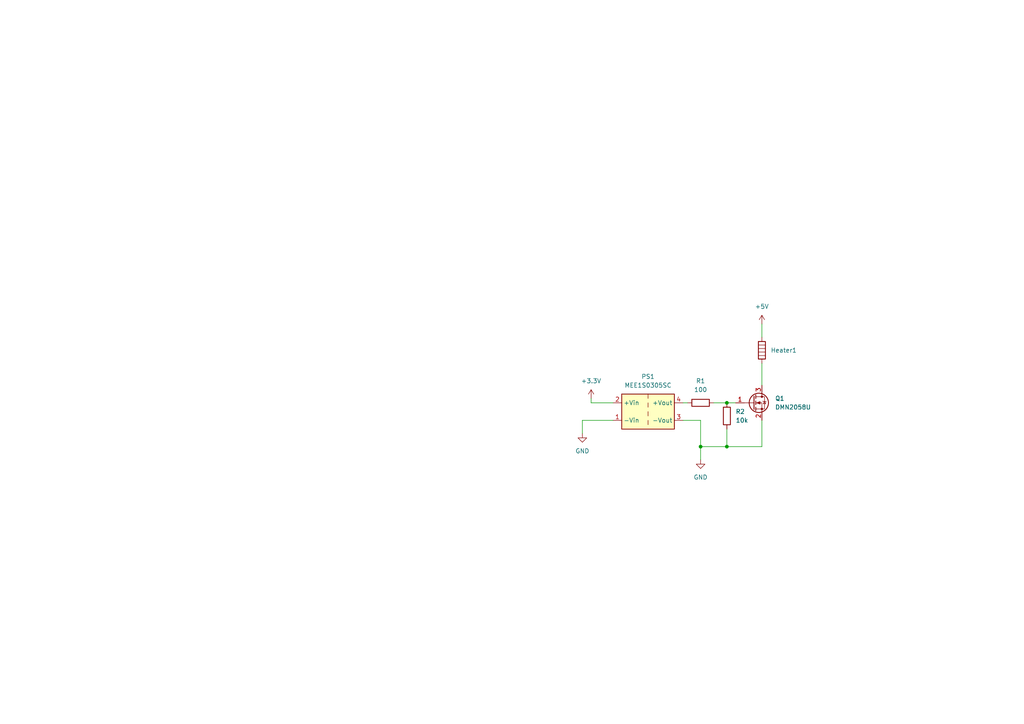
<source format=kicad_sch>
(kicad_sch (version 20211123) (generator eeschema)

  (uuid 349a485a-fd96-4998-84b9-c6ab84b27a55)

  (paper "A4")

  (lib_symbols
    (symbol "Converter_DCDC:MEE1S0305SC" (in_bom yes) (on_board yes)
      (property "Reference" "PS" (id 0) (at -7.62 6.35 0)
        (effects (font (size 1.27 1.27)) (justify left))
      )
      (property "Value" "MEE1S0305SC" (id 1) (at 1.27 6.35 0)
        (effects (font (size 1.27 1.27)) (justify left))
      )
      (property "Footprint" "Converter_DCDC:Converter_DCDC_Murata_MEE1SxxxxSC_THT" (id 2) (at -26.67 -6.35 0)
        (effects (font (size 1.27 1.27)) (justify left) hide)
      )
      (property "Datasheet" "https://power.murata.com/pub/data/power/ncl/kdc_mee1.pdf" (id 3) (at 26.67 -7.62 0)
        (effects (font (size 1.27 1.27)) (justify left) hide)
      )
      (property "ki_keywords" "murata DC/DC isolated converter" (id 4) (at 0 0 0)
        (effects (font (size 1.27 1.27)) hide)
      )
      (property "ki_description" "1W, 1000 VDC isolated DC/DC converter, 3V3 input, 5V output, SIP" (id 5) (at 0 0 0)
        (effects (font (size 1.27 1.27)) hide)
      )
      (property "ki_fp_filters" "Converter*DCDC*Murata*MEE1SxxxxSC*THT*" (id 6) (at 0 0 0)
        (effects (font (size 1.27 1.27)) hide)
      )
      (symbol "MEE1S0305SC_0_0"
        (pin power_in line (at -10.16 -2.54 0) (length 2.54)
          (name "-Vin" (effects (font (size 1.27 1.27))))
          (number "1" (effects (font (size 1.27 1.27))))
        )
        (pin power_in line (at -10.16 2.54 0) (length 2.54)
          (name "+Vin" (effects (font (size 1.27 1.27))))
          (number "2" (effects (font (size 1.27 1.27))))
        )
        (pin power_out line (at 10.16 -2.54 180) (length 2.54)
          (name "-Vout" (effects (font (size 1.27 1.27))))
          (number "3" (effects (font (size 1.27 1.27))))
        )
        (pin power_out line (at 10.16 2.54 180) (length 2.54)
          (name "+Vout" (effects (font (size 1.27 1.27))))
          (number "4" (effects (font (size 1.27 1.27))))
        )
      )
      (symbol "MEE1S0305SC_0_1"
        (rectangle (start -7.62 5.08) (end 7.62 -5.08)
          (stroke (width 0.254) (type default) (color 0 0 0 0))
          (fill (type background))
        )
        (polyline
          (pts
            (xy 0 -2.54)
            (xy 0 -3.81)
          )
          (stroke (width 0) (type default) (color 0 0 0 0))
          (fill (type none))
        )
        (polyline
          (pts
            (xy 0 0)
            (xy 0 -1.27)
          )
          (stroke (width 0) (type default) (color 0 0 0 0))
          (fill (type none))
        )
        (polyline
          (pts
            (xy 0 2.54)
            (xy 0 1.27)
          )
          (stroke (width 0) (type default) (color 0 0 0 0))
          (fill (type none))
        )
        (polyline
          (pts
            (xy 0 5.08)
            (xy 0 3.81)
          )
          (stroke (width 0) (type default) (color 0 0 0 0))
          (fill (type none))
        )
      )
    )
    (symbol "Device:Heater" (pin_numbers hide) (pin_names (offset 0)) (in_bom yes) (on_board yes)
      (property "Reference" "R" (id 0) (at 2.032 0 90)
        (effects (font (size 1.27 1.27)))
      )
      (property "Value" "Heater" (id 1) (at -2.032 0 90)
        (effects (font (size 1.27 1.27)))
      )
      (property "Footprint" "" (id 2) (at -1.778 0 90)
        (effects (font (size 1.27 1.27)) hide)
      )
      (property "Datasheet" "~" (id 3) (at 0 0 0)
        (effects (font (size 1.27 1.27)) hide)
      )
      (property "ki_keywords" "heater R resistor" (id 4) (at 0 0 0)
        (effects (font (size 1.27 1.27)) hide)
      )
      (property "ki_description" "Resistive heater" (id 5) (at 0 0 0)
        (effects (font (size 1.27 1.27)) hide)
      )
      (symbol "Heater_0_1"
        (rectangle (start -1.016 -2.54) (end 1.016 2.54)
          (stroke (width 0.254) (type default) (color 0 0 0 0))
          (fill (type none))
        )
        (polyline
          (pts
            (xy -1.016 1.524)
            (xy 1.016 1.524)
          )
          (stroke (width 0) (type default) (color 0 0 0 0))
          (fill (type none))
        )
        (polyline
          (pts
            (xy 1.016 -1.524)
            (xy -1.016 -1.524)
          )
          (stroke (width 0) (type default) (color 0 0 0 0))
          (fill (type none))
        )
        (polyline
          (pts
            (xy 1.016 -0.508)
            (xy -1.016 -0.508)
          )
          (stroke (width 0) (type default) (color 0 0 0 0))
          (fill (type none))
        )
        (polyline
          (pts
            (xy 1.016 0.508)
            (xy -1.016 0.508)
          )
          (stroke (width 0) (type default) (color 0 0 0 0))
          (fill (type none))
        )
      )
      (symbol "Heater_1_1"
        (pin passive line (at 0 3.81 270) (length 1.27)
          (name "~" (effects (font (size 1.27 1.27))))
          (number "1" (effects (font (size 1.27 1.27))))
        )
        (pin passive line (at 0 -3.81 90) (length 1.27)
          (name "~" (effects (font (size 1.27 1.27))))
          (number "2" (effects (font (size 1.27 1.27))))
        )
      )
    )
    (symbol "Device:R" (pin_numbers hide) (pin_names (offset 0)) (in_bom yes) (on_board yes)
      (property "Reference" "R" (id 0) (at 2.032 0 90)
        (effects (font (size 1.27 1.27)))
      )
      (property "Value" "R" (id 1) (at 0 0 90)
        (effects (font (size 1.27 1.27)))
      )
      (property "Footprint" "" (id 2) (at -1.778 0 90)
        (effects (font (size 1.27 1.27)) hide)
      )
      (property "Datasheet" "~" (id 3) (at 0 0 0)
        (effects (font (size 1.27 1.27)) hide)
      )
      (property "ki_keywords" "R res resistor" (id 4) (at 0 0 0)
        (effects (font (size 1.27 1.27)) hide)
      )
      (property "ki_description" "Resistor" (id 5) (at 0 0 0)
        (effects (font (size 1.27 1.27)) hide)
      )
      (property "ki_fp_filters" "R_*" (id 6) (at 0 0 0)
        (effects (font (size 1.27 1.27)) hide)
      )
      (symbol "R_0_1"
        (rectangle (start -1.016 -2.54) (end 1.016 2.54)
          (stroke (width 0.254) (type default) (color 0 0 0 0))
          (fill (type none))
        )
      )
      (symbol "R_1_1"
        (pin passive line (at 0 3.81 270) (length 1.27)
          (name "~" (effects (font (size 1.27 1.27))))
          (number "1" (effects (font (size 1.27 1.27))))
        )
        (pin passive line (at 0 -3.81 90) (length 1.27)
          (name "~" (effects (font (size 1.27 1.27))))
          (number "2" (effects (font (size 1.27 1.27))))
        )
      )
    )
    (symbol "Transistor_FET:DMN2058U" (pin_names hide) (in_bom yes) (on_board yes)
      (property "Reference" "Q" (id 0) (at 5.08 1.905 0)
        (effects (font (size 1.27 1.27)) (justify left))
      )
      (property "Value" "DMN2058U" (id 1) (at 5.08 0 0)
        (effects (font (size 1.27 1.27)) (justify left))
      )
      (property "Footprint" "Package_TO_SOT_SMD:SOT-23" (id 2) (at 5.08 -1.905 0)
        (effects (font (size 1.27 1.27) italic) (justify left) hide)
      )
      (property "Datasheet" "http://www.diodes.com/assets/Datasheets/DMN2058U.pdf" (id 3) (at 0 0 0)
        (effects (font (size 1.27 1.27)) (justify left) hide)
      )
      (property "ki_keywords" "N-Channel MOSFET" (id 4) (at 0 0 0)
        (effects (font (size 1.27 1.27)) hide)
      )
      (property "ki_description" "4.6A Id, 20V Vds, N-Channel MOSFET, SOT-23" (id 5) (at 0 0 0)
        (effects (font (size 1.27 1.27)) hide)
      )
      (property "ki_fp_filters" "SOT?23*" (id 6) (at 0 0 0)
        (effects (font (size 1.27 1.27)) hide)
      )
      (symbol "DMN2058U_0_1"
        (polyline
          (pts
            (xy 0.254 0)
            (xy -2.54 0)
          )
          (stroke (width 0) (type default) (color 0 0 0 0))
          (fill (type none))
        )
        (polyline
          (pts
            (xy 0.254 1.905)
            (xy 0.254 -1.905)
          )
          (stroke (width 0.254) (type default) (color 0 0 0 0))
          (fill (type none))
        )
        (polyline
          (pts
            (xy 0.762 -1.27)
            (xy 0.762 -2.286)
          )
          (stroke (width 0.254) (type default) (color 0 0 0 0))
          (fill (type none))
        )
        (polyline
          (pts
            (xy 0.762 0.508)
            (xy 0.762 -0.508)
          )
          (stroke (width 0.254) (type default) (color 0 0 0 0))
          (fill (type none))
        )
        (polyline
          (pts
            (xy 0.762 2.286)
            (xy 0.762 1.27)
          )
          (stroke (width 0.254) (type default) (color 0 0 0 0))
          (fill (type none))
        )
        (polyline
          (pts
            (xy 2.54 2.54)
            (xy 2.54 1.778)
          )
          (stroke (width 0) (type default) (color 0 0 0 0))
          (fill (type none))
        )
        (polyline
          (pts
            (xy 2.54 -2.54)
            (xy 2.54 0)
            (xy 0.762 0)
          )
          (stroke (width 0) (type default) (color 0 0 0 0))
          (fill (type none))
        )
        (polyline
          (pts
            (xy 0.762 -1.778)
            (xy 3.302 -1.778)
            (xy 3.302 1.778)
            (xy 0.762 1.778)
          )
          (stroke (width 0) (type default) (color 0 0 0 0))
          (fill (type none))
        )
        (polyline
          (pts
            (xy 1.016 0)
            (xy 2.032 0.381)
            (xy 2.032 -0.381)
            (xy 1.016 0)
          )
          (stroke (width 0) (type default) (color 0 0 0 0))
          (fill (type outline))
        )
        (polyline
          (pts
            (xy 2.794 0.508)
            (xy 2.921 0.381)
            (xy 3.683 0.381)
            (xy 3.81 0.254)
          )
          (stroke (width 0) (type default) (color 0 0 0 0))
          (fill (type none))
        )
        (polyline
          (pts
            (xy 3.302 0.381)
            (xy 2.921 -0.254)
            (xy 3.683 -0.254)
            (xy 3.302 0.381)
          )
          (stroke (width 0) (type default) (color 0 0 0 0))
          (fill (type none))
        )
        (circle (center 1.651 0) (radius 2.794)
          (stroke (width 0.254) (type default) (color 0 0 0 0))
          (fill (type none))
        )
        (circle (center 2.54 -1.778) (radius 0.254)
          (stroke (width 0) (type default) (color 0 0 0 0))
          (fill (type outline))
        )
        (circle (center 2.54 1.778) (radius 0.254)
          (stroke (width 0) (type default) (color 0 0 0 0))
          (fill (type outline))
        )
      )
      (symbol "DMN2058U_1_1"
        (pin input line (at -5.08 0 0) (length 2.54)
          (name "G" (effects (font (size 1.27 1.27))))
          (number "1" (effects (font (size 1.27 1.27))))
        )
        (pin passive line (at 2.54 -5.08 90) (length 2.54)
          (name "S" (effects (font (size 1.27 1.27))))
          (number "2" (effects (font (size 1.27 1.27))))
        )
        (pin passive line (at 2.54 5.08 270) (length 2.54)
          (name "D" (effects (font (size 1.27 1.27))))
          (number "3" (effects (font (size 1.27 1.27))))
        )
      )
    )
    (symbol "power:+3.3V" (power) (pin_names (offset 0)) (in_bom yes) (on_board yes)
      (property "Reference" "#PWR" (id 0) (at 0 -3.81 0)
        (effects (font (size 1.27 1.27)) hide)
      )
      (property "Value" "+3.3V" (id 1) (at 0 3.556 0)
        (effects (font (size 1.27 1.27)))
      )
      (property "Footprint" "" (id 2) (at 0 0 0)
        (effects (font (size 1.27 1.27)) hide)
      )
      (property "Datasheet" "" (id 3) (at 0 0 0)
        (effects (font (size 1.27 1.27)) hide)
      )
      (property "ki_keywords" "global power" (id 4) (at 0 0 0)
        (effects (font (size 1.27 1.27)) hide)
      )
      (property "ki_description" "Power symbol creates a global label with name \"+3.3V\"" (id 5) (at 0 0 0)
        (effects (font (size 1.27 1.27)) hide)
      )
      (symbol "+3.3V_0_1"
        (polyline
          (pts
            (xy -0.762 1.27)
            (xy 0 2.54)
          )
          (stroke (width 0) (type default) (color 0 0 0 0))
          (fill (type none))
        )
        (polyline
          (pts
            (xy 0 0)
            (xy 0 2.54)
          )
          (stroke (width 0) (type default) (color 0 0 0 0))
          (fill (type none))
        )
        (polyline
          (pts
            (xy 0 2.54)
            (xy 0.762 1.27)
          )
          (stroke (width 0) (type default) (color 0 0 0 0))
          (fill (type none))
        )
      )
      (symbol "+3.3V_1_1"
        (pin power_in line (at 0 0 90) (length 0) hide
          (name "+3.3V" (effects (font (size 1.27 1.27))))
          (number "1" (effects (font (size 1.27 1.27))))
        )
      )
    )
    (symbol "power:+5V" (power) (pin_names (offset 0)) (in_bom yes) (on_board yes)
      (property "Reference" "#PWR" (id 0) (at 0 -3.81 0)
        (effects (font (size 1.27 1.27)) hide)
      )
      (property "Value" "+5V" (id 1) (at 0 3.556 0)
        (effects (font (size 1.27 1.27)))
      )
      (property "Footprint" "" (id 2) (at 0 0 0)
        (effects (font (size 1.27 1.27)) hide)
      )
      (property "Datasheet" "" (id 3) (at 0 0 0)
        (effects (font (size 1.27 1.27)) hide)
      )
      (property "ki_keywords" "global power" (id 4) (at 0 0 0)
        (effects (font (size 1.27 1.27)) hide)
      )
      (property "ki_description" "Power symbol creates a global label with name \"+5V\"" (id 5) (at 0 0 0)
        (effects (font (size 1.27 1.27)) hide)
      )
      (symbol "+5V_0_1"
        (polyline
          (pts
            (xy -0.762 1.27)
            (xy 0 2.54)
          )
          (stroke (width 0) (type default) (color 0 0 0 0))
          (fill (type none))
        )
        (polyline
          (pts
            (xy 0 0)
            (xy 0 2.54)
          )
          (stroke (width 0) (type default) (color 0 0 0 0))
          (fill (type none))
        )
        (polyline
          (pts
            (xy 0 2.54)
            (xy 0.762 1.27)
          )
          (stroke (width 0) (type default) (color 0 0 0 0))
          (fill (type none))
        )
      )
      (symbol "+5V_1_1"
        (pin power_in line (at 0 0 90) (length 0) hide
          (name "+5V" (effects (font (size 1.27 1.27))))
          (number "1" (effects (font (size 1.27 1.27))))
        )
      )
    )
    (symbol "power:GND" (power) (pin_names (offset 0)) (in_bom yes) (on_board yes)
      (property "Reference" "#PWR" (id 0) (at 0 -6.35 0)
        (effects (font (size 1.27 1.27)) hide)
      )
      (property "Value" "GND" (id 1) (at 0 -3.81 0)
        (effects (font (size 1.27 1.27)))
      )
      (property "Footprint" "" (id 2) (at 0 0 0)
        (effects (font (size 1.27 1.27)) hide)
      )
      (property "Datasheet" "" (id 3) (at 0 0 0)
        (effects (font (size 1.27 1.27)) hide)
      )
      (property "ki_keywords" "global power" (id 4) (at 0 0 0)
        (effects (font (size 1.27 1.27)) hide)
      )
      (property "ki_description" "Power symbol creates a global label with name \"GND\" , ground" (id 5) (at 0 0 0)
        (effects (font (size 1.27 1.27)) hide)
      )
      (symbol "GND_0_1"
        (polyline
          (pts
            (xy 0 0)
            (xy 0 -1.27)
            (xy 1.27 -1.27)
            (xy 0 -2.54)
            (xy -1.27 -1.27)
            (xy 0 -1.27)
          )
          (stroke (width 0) (type default) (color 0 0 0 0))
          (fill (type none))
        )
      )
      (symbol "GND_1_1"
        (pin power_in line (at 0 0 270) (length 0) hide
          (name "GND" (effects (font (size 1.27 1.27))))
          (number "1" (effects (font (size 1.27 1.27))))
        )
      )
    )
  )

  (junction (at 210.82 116.84) (diameter 0) (color 0 0 0 0)
    (uuid 117e77a4-9d3a-4206-93dc-faeaa0822767)
  )
  (junction (at 203.2 129.54) (diameter 0) (color 0 0 0 0)
    (uuid 3d3222e3-8d95-4449-be39-212300e8e209)
  )
  (junction (at 210.82 129.54) (diameter 0) (color 0 0 0 0)
    (uuid b66667ea-d6b7-43d5-b405-66b088631c42)
  )

  (wire (pts (xy 203.2 129.54) (xy 210.82 129.54))
    (stroke (width 0) (type default) (color 0 0 0 0))
    (uuid 04c09299-7583-4c85-9e30-6bdcc69558c6)
  )
  (wire (pts (xy 220.98 93.98) (xy 220.98 97.79))
    (stroke (width 0) (type default) (color 0 0 0 0))
    (uuid 0b166cd2-39c2-4ed0-b30d-30d980834fd1)
  )
  (wire (pts (xy 198.12 116.84) (xy 199.39 116.84))
    (stroke (width 0) (type default) (color 0 0 0 0))
    (uuid 19bc7a18-1698-4504-afad-e3e974144c53)
  )
  (wire (pts (xy 198.12 121.92) (xy 203.2 121.92))
    (stroke (width 0) (type default) (color 0 0 0 0))
    (uuid 2b85eac5-7af1-40ba-bcd8-90c803466ce2)
  )
  (wire (pts (xy 213.36 116.84) (xy 210.82 116.84))
    (stroke (width 0) (type default) (color 0 0 0 0))
    (uuid 2d7a2c7a-6a4c-4cb8-b192-d257d9448abc)
  )
  (wire (pts (xy 171.45 115.57) (xy 171.45 116.84))
    (stroke (width 0) (type default) (color 0 0 0 0))
    (uuid 52aada22-6a6d-45f1-b6f1-0f5d1a255a20)
  )
  (wire (pts (xy 203.2 133.35) (xy 203.2 129.54))
    (stroke (width 0) (type default) (color 0 0 0 0))
    (uuid 96953252-bfe0-4c1f-8cc3-5248c3ca25e3)
  )
  (wire (pts (xy 168.91 121.92) (xy 168.91 125.73))
    (stroke (width 0) (type default) (color 0 0 0 0))
    (uuid 9a0745a6-8ee0-46df-94c2-6eb421ecab9f)
  )
  (wire (pts (xy 220.98 129.54) (xy 220.98 121.92))
    (stroke (width 0) (type default) (color 0 0 0 0))
    (uuid 9a91443f-de18-40e5-9c8d-a68d14be3f2f)
  )
  (wire (pts (xy 210.82 116.84) (xy 207.01 116.84))
    (stroke (width 0) (type default) (color 0 0 0 0))
    (uuid 9e5f7c3b-ac44-4560-a965-00d996606953)
  )
  (wire (pts (xy 210.82 124.46) (xy 210.82 129.54))
    (stroke (width 0) (type default) (color 0 0 0 0))
    (uuid 9ffc9b42-1cfb-4f1e-9a2b-c7fa7c626bba)
  )
  (wire (pts (xy 203.2 121.92) (xy 203.2 129.54))
    (stroke (width 0) (type default) (color 0 0 0 0))
    (uuid b2e6109f-3a87-4900-a3a4-a012e649e697)
  )
  (wire (pts (xy 210.82 129.54) (xy 220.98 129.54))
    (stroke (width 0) (type default) (color 0 0 0 0))
    (uuid d03fdd21-506d-4e1f-80a4-13f42228d665)
  )
  (wire (pts (xy 177.8 121.92) (xy 168.91 121.92))
    (stroke (width 0) (type default) (color 0 0 0 0))
    (uuid db46cc8d-da4e-408b-8e8a-5de5a78884a4)
  )
  (wire (pts (xy 220.98 105.41) (xy 220.98 111.76))
    (stroke (width 0) (type default) (color 0 0 0 0))
    (uuid f54457a7-c36a-4957-aa0d-6d7dae44b4e5)
  )
  (wire (pts (xy 171.45 116.84) (xy 177.8 116.84))
    (stroke (width 0) (type default) (color 0 0 0 0))
    (uuid fc97654f-50ce-4f91-8198-67ec6f74adeb)
  )

  (symbol (lib_id "Converter_DCDC:MEE1S0305SC") (at 187.96 119.38 0) (unit 1)
    (in_bom yes) (on_board yes) (fields_autoplaced)
    (uuid 0d862584-2cb4-48c0-81a3-2b33ccdc982b)
    (property "Reference" "PS1" (id 0) (at 187.96 109.22 0))
    (property "Value" "MEE1S0305SC" (id 1) (at 187.96 111.76 0))
    (property "Footprint" "Converter_DCDC:Converter_DCDC_Murata_MEE1SxxxxSC_THT" (id 2) (at 161.29 125.73 0)
      (effects (font (size 1.27 1.27)) (justify left) hide)
    )
    (property "Datasheet" "https://power.murata.com/pub/data/power/ncl/kdc_mee1.pdf" (id 3) (at 214.63 127 0)
      (effects (font (size 1.27 1.27)) (justify left) hide)
    )
    (pin "1" (uuid f948fd60-c90e-473c-ac87-1bd3a153dd39))
    (pin "2" (uuid da43a55b-9cfe-4743-bf96-5a22397b721e))
    (pin "3" (uuid e7d0d496-bab3-4275-a119-4f8240867a8c))
    (pin "4" (uuid 942361e4-0895-4410-8109-d34c68d9f988))
  )

  (symbol (lib_id "power:+5V") (at 220.98 93.98 0) (unit 1)
    (in_bom yes) (on_board yes) (fields_autoplaced)
    (uuid 259fd323-9f70-462c-a4af-d09a91eb8dad)
    (property "Reference" "#PWR0104" (id 0) (at 220.98 97.79 0)
      (effects (font (size 1.27 1.27)) hide)
    )
    (property "Value" "+5V" (id 1) (at 220.98 88.9 0))
    (property "Footprint" "" (id 2) (at 220.98 93.98 0)
      (effects (font (size 1.27 1.27)) hide)
    )
    (property "Datasheet" "" (id 3) (at 220.98 93.98 0)
      (effects (font (size 1.27 1.27)) hide)
    )
    (pin "1" (uuid 56becfa4-e930-4535-ba9e-9f42c4a40b91))
  )

  (symbol (lib_id "Transistor_FET:DMN2058U") (at 218.44 116.84 0) (unit 1)
    (in_bom yes) (on_board yes) (fields_autoplaced)
    (uuid 713a732d-dc08-462d-b5ad-d6b7f0676372)
    (property "Reference" "Q1" (id 0) (at 224.79 115.5699 0)
      (effects (font (size 1.27 1.27)) (justify left))
    )
    (property "Value" "DMN2058U" (id 1) (at 224.79 118.1099 0)
      (effects (font (size 1.27 1.27)) (justify left))
    )
    (property "Footprint" "Package_TO_SOT_SMD:SOT-23" (id 2) (at 223.52 118.745 0)
      (effects (font (size 1.27 1.27) italic) (justify left) hide)
    )
    (property "Datasheet" "http://www.diodes.com/assets/Datasheets/DMN2058U.pdf" (id 3) (at 218.44 116.84 0)
      (effects (font (size 1.27 1.27)) (justify left) hide)
    )
    (pin "1" (uuid 4ea1a746-e460-4dfc-b7bd-950812fffccf))
    (pin "2" (uuid de9d91cd-f59c-4173-96bb-be5c0c515c97))
    (pin "3" (uuid 4102ae65-ca2d-4b6d-bca4-ad603e62305d))
  )

  (symbol (lib_id "power:GND") (at 203.2 133.35 0) (unit 1)
    (in_bom yes) (on_board yes) (fields_autoplaced)
    (uuid 79c36666-57ee-40d7-bc46-ded4310cfe96)
    (property "Reference" "#PWR0103" (id 0) (at 203.2 139.7 0)
      (effects (font (size 1.27 1.27)) hide)
    )
    (property "Value" "GND" (id 1) (at 203.2 138.43 0))
    (property "Footprint" "" (id 2) (at 203.2 133.35 0)
      (effects (font (size 1.27 1.27)) hide)
    )
    (property "Datasheet" "" (id 3) (at 203.2 133.35 0)
      (effects (font (size 1.27 1.27)) hide)
    )
    (pin "1" (uuid 99606ef7-a7fc-49cf-9f04-ae286af3a056))
  )

  (symbol (lib_id "Device:Heater") (at 220.98 101.6 0) (unit 1)
    (in_bom yes) (on_board yes) (fields_autoplaced)
    (uuid 79fe4ba5-e424-4f84-90af-efe78109c83f)
    (property "Reference" "Heater1" (id 0) (at 223.52 101.5999 0)
      (effects (font (size 1.27 1.27)) (justify left))
    )
    (property "Value" "Heater" (id 1) (at 223.52 102.8699 0)
      (effects (font (size 1.27 1.27)) (justify left) hide)
    )
    (property "Footprint" "Resistor_SMD:R_0805_2012Metric_Pad1.20x1.40mm_HandSolder" (id 2) (at 219.202 101.6 90)
      (effects (font (size 1.27 1.27)) hide)
    )
    (property "Datasheet" "~" (id 3) (at 220.98 101.6 0)
      (effects (font (size 1.27 1.27)) hide)
    )
    (pin "1" (uuid 843f5219-502b-4e8b-8e0a-bf8c39c00358))
    (pin "2" (uuid 66f530a3-9336-4b6f-8c17-a0c7e9a89bd7))
  )

  (symbol (lib_id "Device:R") (at 210.82 120.65 0) (unit 1)
    (in_bom yes) (on_board yes) (fields_autoplaced)
    (uuid 7fa9942d-4ccf-4e56-9d6a-4016b44074cc)
    (property "Reference" "R2" (id 0) (at 213.36 119.3799 0)
      (effects (font (size 1.27 1.27)) (justify left))
    )
    (property "Value" "10k" (id 1) (at 213.36 121.9199 0)
      (effects (font (size 1.27 1.27)) (justify left))
    )
    (property "Footprint" "Resistor_SMD:R_0805_2012Metric_Pad1.20x1.40mm_HandSolder" (id 2) (at 209.042 120.65 90)
      (effects (font (size 1.27 1.27)) hide)
    )
    (property "Datasheet" "~" (id 3) (at 210.82 120.65 0)
      (effects (font (size 1.27 1.27)) hide)
    )
    (pin "1" (uuid 55f7a77f-a8a1-4c79-ad85-a356c25dd37d))
    (pin "2" (uuid 05271d61-5470-4576-bea6-4147e96d4a82))
  )

  (symbol (lib_id "power:+3.3V") (at 171.45 115.57 0) (unit 1)
    (in_bom yes) (on_board yes) (fields_autoplaced)
    (uuid 86e44e5f-aa7d-4486-a14c-9e99a88fe356)
    (property "Reference" "#PWR0101" (id 0) (at 171.45 119.38 0)
      (effects (font (size 1.27 1.27)) hide)
    )
    (property "Value" "+3.3V" (id 1) (at 171.45 110.49 0))
    (property "Footprint" "" (id 2) (at 171.45 115.57 0)
      (effects (font (size 1.27 1.27)) hide)
    )
    (property "Datasheet" "" (id 3) (at 171.45 115.57 0)
      (effects (font (size 1.27 1.27)) hide)
    )
    (pin "1" (uuid bfc58168-553d-48ef-ad66-f097b425f188))
  )

  (symbol (lib_id "Device:R") (at 203.2 116.84 90) (unit 1)
    (in_bom yes) (on_board yes) (fields_autoplaced)
    (uuid a3d2c88b-7386-435a-a38f-af24134cf000)
    (property "Reference" "R1" (id 0) (at 203.2 110.49 90))
    (property "Value" "100" (id 1) (at 203.2 113.03 90))
    (property "Footprint" "Resistor_SMD:R_0805_2012Metric_Pad1.20x1.40mm_HandSolder" (id 2) (at 203.2 118.618 90)
      (effects (font (size 1.27 1.27)) hide)
    )
    (property "Datasheet" "~" (id 3) (at 203.2 116.84 0)
      (effects (font (size 1.27 1.27)) hide)
    )
    (pin "1" (uuid af3b9cf6-7472-487e-887a-3d84197e905b))
    (pin "2" (uuid 076793f5-545b-47cb-a44e-55b292dec78b))
  )

  (symbol (lib_id "power:GND") (at 168.91 125.73 0) (unit 1)
    (in_bom yes) (on_board yes) (fields_autoplaced)
    (uuid b1e55e12-0028-4072-89a2-0083432cf11e)
    (property "Reference" "#PWR0102" (id 0) (at 168.91 132.08 0)
      (effects (font (size 1.27 1.27)) hide)
    )
    (property "Value" "GND" (id 1) (at 168.91 130.81 0))
    (property "Footprint" "" (id 2) (at 168.91 125.73 0)
      (effects (font (size 1.27 1.27)) hide)
    )
    (property "Datasheet" "" (id 3) (at 168.91 125.73 0)
      (effects (font (size 1.27 1.27)) hide)
    )
    (pin "1" (uuid e654b345-e9b4-4c0b-bbf4-1f213c7250a2))
  )

  (sheet_instances
    (path "/" (page "1"))
  )

  (symbol_instances
    (path "/86e44e5f-aa7d-4486-a14c-9e99a88fe356"
      (reference "#PWR0101") (unit 1) (value "+3.3V") (footprint "")
    )
    (path "/b1e55e12-0028-4072-89a2-0083432cf11e"
      (reference "#PWR0102") (unit 1) (value "GND") (footprint "")
    )
    (path "/79c36666-57ee-40d7-bc46-ded4310cfe96"
      (reference "#PWR0103") (unit 1) (value "GND") (footprint "")
    )
    (path "/259fd323-9f70-462c-a4af-d09a91eb8dad"
      (reference "#PWR0104") (unit 1) (value "+5V") (footprint "")
    )
    (path "/79fe4ba5-e424-4f84-90af-efe78109c83f"
      (reference "Heater1") (unit 1) (value "Heater") (footprint "Resistor_SMD:R_0805_2012Metric_Pad1.20x1.40mm_HandSolder")
    )
    (path "/0d862584-2cb4-48c0-81a3-2b33ccdc982b"
      (reference "PS1") (unit 1) (value "MEE1S0305SC") (footprint "Converter_DCDC:Converter_DCDC_Murata_MEE1SxxxxSC_THT")
    )
    (path "/713a732d-dc08-462d-b5ad-d6b7f0676372"
      (reference "Q1") (unit 1) (value "DMN2058U") (footprint "Package_TO_SOT_SMD:SOT-23")
    )
    (path "/a3d2c88b-7386-435a-a38f-af24134cf000"
      (reference "R1") (unit 1) (value "100") (footprint "Resistor_SMD:R_0805_2012Metric_Pad1.20x1.40mm_HandSolder")
    )
    (path "/7fa9942d-4ccf-4e56-9d6a-4016b44074cc"
      (reference "R2") (unit 1) (value "10k") (footprint "Resistor_SMD:R_0805_2012Metric_Pad1.20x1.40mm_HandSolder")
    )
  )
)

</source>
